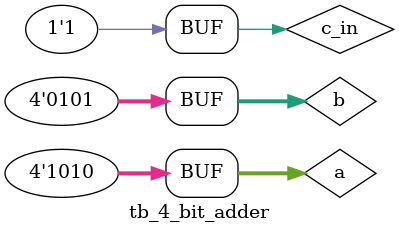
<source format=v>
`timescale 1ns / 1ps


/* 

    * Assignment - 3
    * Problem - 3.c
    * Semester - 5 (Autumn)
    * Group - 56
    * Group members - Utsav Mehta (20CS10069) and Vibhu (20CS10072)

*/


module tb_4_bit_adder;

    // Inputs and Outputs
    reg [3:0] a;
	reg [3:0] b;
    reg c_in;
    wire[3:0] sum;
    wire carry_out;

    // Module Instantiations (Unit Under Test)
    s4_bit_adder tb_(a, b, c_in, sum, carry_out);

    initial begin

        $monitor ("a = %d, b = %d, carry_in = %d, sum = %d, carry_out", a, b, c_in , sum, carry_out);

        // Input values initialization
        a = 4'b1111; b=4'b1100; c_in = 1;
        #50;
        a = 4'b0101; b=4'b0100; c_in = 0;
        #50;
        a = 4'b1011; b=4'b1001; c_in = 0;
        #50;
        a = 4'b1010; b=4'b0101; c_in = 1;

    end

endmodule


</source>
